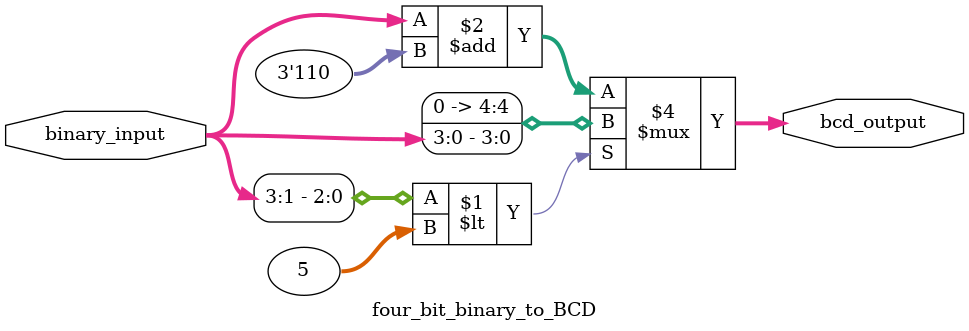
<source format=v>
`timescale 1ns / 1ps
/*

0000 - 0000_0000
0001 - 0000_0001
0010 - 0000_0010
0011 - 0000_0011
0100 - 0000_0100
0101 - 0000_0101
0110 - 0000_0110
0111 - 0000_0111
1000 - 0000_1000
1001 - 0000_1001      //If first 3 bits is less than or equal 4 --> BCD number is same as binary
1010 - 0001_0000   --> 1010 + 110 --> 10000
1011 - 0001_0001   --> 1011 + 110 --> 10001
1100 - 0001_0010   --> 1100 + 110 --> 10010
1101 - 0001_0011   --> 1101 + 110 --> 10011
1110 - 0001_0100   --> 1110 + 110 --> 10100
1111 - 0001_0101   --> 1111 + 110 --> 10101
//If first 3 bits is greater than 4 --> BCD number is number + 6.

*/

module four_bit_binary_to_BCD
    (
        input [3:0] binary_input,
        output[4:0] bcd_output
    );
    
    assign bcd_output = (binary_input[3:1] < 5) ? binary_input : binary_input + 3'b110;
    
endmodule

</source>
